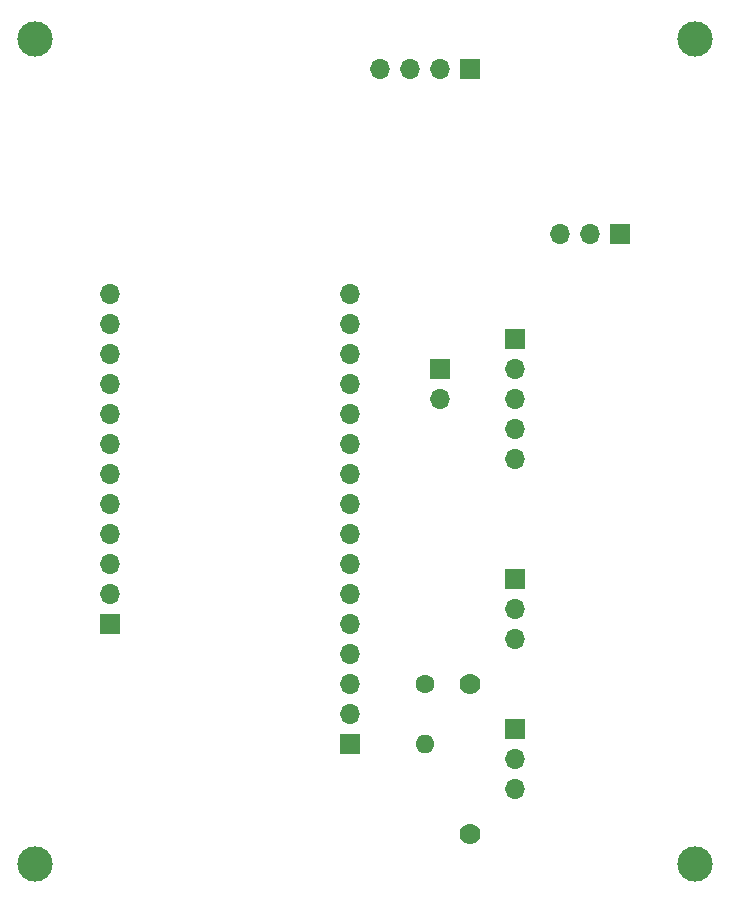
<source format=gbr>
G04 #@! TF.GenerationSoftware,KiCad,Pcbnew,5.0.2-bee76a0~70~ubuntu18.04.1*
G04 #@! TF.CreationDate,2019-07-26T15:06:13-04:00*
G04 #@! TF.ProjectId,knuth-gateway,6b6e7574-682d-4676-9174-657761792e6b,rev?*
G04 #@! TF.SameCoordinates,Original*
G04 #@! TF.FileFunction,Copper,L1,Top*
G04 #@! TF.FilePolarity,Positive*
%FSLAX46Y46*%
G04 Gerber Fmt 4.6, Leading zero omitted, Abs format (unit mm)*
G04 Created by KiCad (PCBNEW 5.0.2-bee76a0~70~ubuntu18.04.1) date Fri 26 Jul 2019 03:06:13 PM EDT*
%MOMM*%
%LPD*%
G01*
G04 APERTURE LIST*
G04 #@! TA.AperFunction,ComponentPad*
%ADD10R,1.700000X1.700000*%
G04 #@! TD*
G04 #@! TA.AperFunction,ComponentPad*
%ADD11O,1.700000X1.700000*%
G04 #@! TD*
G04 #@! TA.AperFunction,ComponentPad*
%ADD12C,1.600000*%
G04 #@! TD*
G04 #@! TA.AperFunction,ComponentPad*
%ADD13O,1.600000X1.600000*%
G04 #@! TD*
G04 #@! TA.AperFunction,ViaPad*
%ADD14C,3.000000*%
G04 #@! TD*
G04 #@! TA.AperFunction,ViaPad*
%ADD15C,1.778000*%
G04 #@! TD*
G04 APERTURE END LIST*
D10*
G04 #@! TO.P,R_Delay1,1*
G04 #@! TO.N,GND*
X246380000Y-81280000D03*
D11*
G04 #@! TO.P,R_Delay1,2*
G04 #@! TO.N,Net-(R_Delay1-Pad2)*
X246380000Y-83820000D03*
G04 #@! TD*
D10*
G04 #@! TO.P,U4,1*
G04 #@! TO.N,Net-(U4-Pad1)*
X252730000Y-78740000D03*
D11*
G04 #@! TO.P,U4,2*
G04 #@! TO.N,GND*
X252730000Y-81280000D03*
G04 #@! TO.P,U4,3*
G04 #@! TO.N,Net-(R_Delay1-Pad2)*
X252730000Y-83820000D03*
G04 #@! TO.P,U4,4*
G04 #@! TO.N,VBAT*
X252730000Y-86360000D03*
G04 #@! TO.P,U4,5*
G04 #@! TO.N,D10*
X252730000Y-88900000D03*
G04 #@! TD*
D10*
G04 #@! TO.P,U5,1*
G04 #@! TO.N,Net-(U5-Pad1)*
X248920000Y-55880000D03*
D11*
G04 #@! TO.P,U5,2*
G04 #@! TO.N,GND*
X246380000Y-55880000D03*
G04 #@! TO.P,U5,3*
G04 #@! TO.N,N/C*
X243840000Y-55880000D03*
G04 #@! TO.P,U5,4*
X241300000Y-55880000D03*
G04 #@! TD*
G04 #@! TO.P,1-Wire1,3*
G04 #@! TO.N,GND*
X252730000Y-116840000D03*
G04 #@! TO.P,1-Wire1,2*
G04 #@! TO.N,+3V3*
X252730000Y-114300000D03*
D10*
G04 #@! TO.P,1-Wire1,1*
G04 #@! TO.N,D5*
X252730000Y-111760000D03*
G04 #@! TD*
G04 #@! TO.P,EC-5,1*
G04 #@! TO.N,A0*
X252730000Y-99060000D03*
D11*
G04 #@! TO.P,EC-5,2*
G04 #@! TO.N,+3V3*
X252730000Y-101600000D03*
G04 #@! TO.P,EC-5,3*
G04 #@! TO.N,GND*
X252730000Y-104140000D03*
G04 #@! TD*
D10*
G04 #@! TO.P,J1,1*
G04 #@! TO.N,VBAT*
X218440000Y-102870000D03*
D11*
G04 #@! TO.P,J1,2*
G04 #@! TO.N,N/C*
X218440000Y-100330000D03*
G04 #@! TO.P,J1,3*
X218440000Y-97790000D03*
G04 #@! TO.P,J1,4*
X218440000Y-95250000D03*
G04 #@! TO.P,J1,5*
X218440000Y-92710000D03*
G04 #@! TO.P,J1,6*
X218440000Y-90170000D03*
G04 #@! TO.P,J1,7*
G04 #@! TO.N,D10*
X218440000Y-87630000D03*
G04 #@! TO.P,J1,8*
G04 #@! TO.N,N/C*
X218440000Y-85090000D03*
G04 #@! TO.P,J1,9*
X218440000Y-82550000D03*
G04 #@! TO.P,J1,10*
G04 #@! TO.N,D5*
X218440000Y-80010000D03*
G04 #@! TO.P,J1,11*
G04 #@! TO.N,N/C*
X218440000Y-77470000D03*
G04 #@! TO.P,J1,12*
X218440000Y-74930000D03*
G04 #@! TD*
D10*
G04 #@! TO.P,J2,1*
G04 #@! TO.N,N/C*
X238760000Y-113030000D03*
D11*
G04 #@! TO.P,J2,2*
G04 #@! TO.N,+3V3*
X238760000Y-110490000D03*
G04 #@! TO.P,J2,3*
G04 #@! TO.N,N/C*
X238760000Y-107950000D03*
G04 #@! TO.P,J2,4*
G04 #@! TO.N,GND*
X238760000Y-105410000D03*
G04 #@! TO.P,J2,5*
G04 #@! TO.N,A0*
X238760000Y-102870000D03*
G04 #@! TO.P,J2,6*
G04 #@! TO.N,N/C*
X238760000Y-100330000D03*
G04 #@! TO.P,J2,7*
X238760000Y-97790000D03*
G04 #@! TO.P,J2,8*
X238760000Y-95250000D03*
G04 #@! TO.P,J2,9*
X238760000Y-92710000D03*
G04 #@! TO.P,J2,10*
X238760000Y-90170000D03*
G04 #@! TO.P,J2,11*
X238760000Y-87630000D03*
G04 #@! TO.P,J2,12*
X238760000Y-85090000D03*
G04 #@! TO.P,J2,13*
X238760000Y-82550000D03*
G04 #@! TO.P,J2,14*
X238760000Y-80010000D03*
G04 #@! TO.P,J2,15*
X238760000Y-77470000D03*
G04 #@! TO.P,J2,16*
X238760000Y-74930000D03*
G04 #@! TD*
D10*
G04 #@! TO.P,switch1,1*
G04 #@! TO.N,N/C*
X261620000Y-69850000D03*
D11*
G04 #@! TO.P,switch1,2*
G04 #@! TO.N,Net-(U4-Pad1)*
X259080000Y-69850000D03*
G04 #@! TO.P,switch1,3*
G04 #@! TO.N,Net-(U5-Pad1)*
X256540000Y-69850000D03*
G04 #@! TD*
D12*
G04 #@! TO.P,R1,1*
G04 #@! TO.N,D5*
X245110000Y-107950000D03*
D13*
G04 #@! TO.P,R1,2*
G04 #@! TO.N,+3V3*
X245110000Y-113030000D03*
G04 #@! TD*
D14*
G04 #@! TO.N,*
X212090000Y-123190000D03*
X267970000Y-123190000D03*
X267970000Y-53340000D03*
X212090000Y-53340000D03*
D15*
G04 #@! TO.N,D5*
X248920000Y-120650000D03*
X248920000Y-107950000D03*
G04 #@! TD*
M02*

</source>
